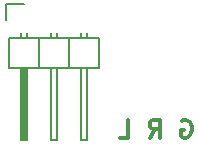
<source format=gbo>
G04 #@! TF.FileFunction,Legend,Bot*
%FSLAX46Y46*%
G04 Gerber Fmt 4.6, Leading zero omitted, Abs format (unit mm)*
G04 Created by KiCad (PCBNEW (2016-02-15 BZR 6559)-product) date Tuesday, 23 February 2016 'pmt' 19:43:13*
%MOMM*%
G01*
G04 APERTURE LIST*
%ADD10C,0.100000*%
%ADD11C,0.300000*%
%ADD12C,0.150000*%
G04 APERTURE END LIST*
D10*
D11*
X144607143Y-111250000D02*
X144750000Y-111178571D01*
X144964286Y-111178571D01*
X145178571Y-111250000D01*
X145321429Y-111392857D01*
X145392857Y-111535714D01*
X145464286Y-111821429D01*
X145464286Y-112035714D01*
X145392857Y-112321429D01*
X145321429Y-112464286D01*
X145178571Y-112607143D01*
X144964286Y-112678571D01*
X144821429Y-112678571D01*
X144607143Y-112607143D01*
X144535714Y-112535714D01*
X144535714Y-112035714D01*
X144821429Y-112035714D01*
X141892857Y-112678571D02*
X142392857Y-111964286D01*
X142750000Y-112678571D02*
X142750000Y-111178571D01*
X142178572Y-111178571D01*
X142035714Y-111250000D01*
X141964286Y-111321429D01*
X141892857Y-111464286D01*
X141892857Y-111678571D01*
X141964286Y-111821429D01*
X142035714Y-111892857D01*
X142178572Y-111964286D01*
X142750000Y-111964286D01*
X139392857Y-112678571D02*
X140107143Y-112678571D01*
X140107143Y-111178571D01*
D12*
X129710000Y-101400000D02*
X131260000Y-101400000D01*
X129710000Y-102700000D02*
X129710000Y-101400000D01*
X131133000Y-106891000D02*
X131133000Y-112733000D01*
X131133000Y-112733000D02*
X131387000Y-112733000D01*
X131387000Y-112733000D02*
X131387000Y-106891000D01*
X131387000Y-106891000D02*
X131260000Y-106891000D01*
X131260000Y-106891000D02*
X131260000Y-112733000D01*
X131006000Y-104224000D02*
X131006000Y-103843000D01*
X131514000Y-104224000D02*
X131514000Y-103843000D01*
X133546000Y-104224000D02*
X133546000Y-103843000D01*
X134054000Y-104224000D02*
X134054000Y-103843000D01*
X136086000Y-104224000D02*
X136086000Y-103843000D01*
X136594000Y-104224000D02*
X136594000Y-103843000D01*
X132530000Y-106764000D02*
X129990000Y-106764000D01*
X131514000Y-112860000D02*
X131514000Y-106764000D01*
X131006000Y-112860000D02*
X131514000Y-112860000D01*
X131006000Y-106764000D02*
X131006000Y-112860000D01*
X132530000Y-104224000D02*
X132530000Y-106764000D01*
X129990000Y-104224000D02*
X132530000Y-104224000D01*
X129990000Y-104224000D02*
X129990000Y-106764000D01*
X135070000Y-104224000D02*
X135070000Y-106764000D01*
X135070000Y-104224000D02*
X137610000Y-104224000D01*
X136086000Y-106764000D02*
X136086000Y-112860000D01*
X136086000Y-112860000D02*
X136594000Y-112860000D01*
X136594000Y-112860000D02*
X136594000Y-106764000D01*
X137610000Y-106764000D02*
X135070000Y-106764000D01*
X135070000Y-106764000D02*
X132530000Y-106764000D01*
X134054000Y-112860000D02*
X134054000Y-106764000D01*
X133546000Y-112860000D02*
X134054000Y-112860000D01*
X133546000Y-106764000D02*
X133546000Y-112860000D01*
X135070000Y-104224000D02*
X135070000Y-106764000D01*
X132530000Y-104224000D02*
X135070000Y-104224000D01*
X132530000Y-104224000D02*
X132530000Y-106764000D01*
X137610000Y-104224000D02*
X137610000Y-106764000D01*
M02*

</source>
